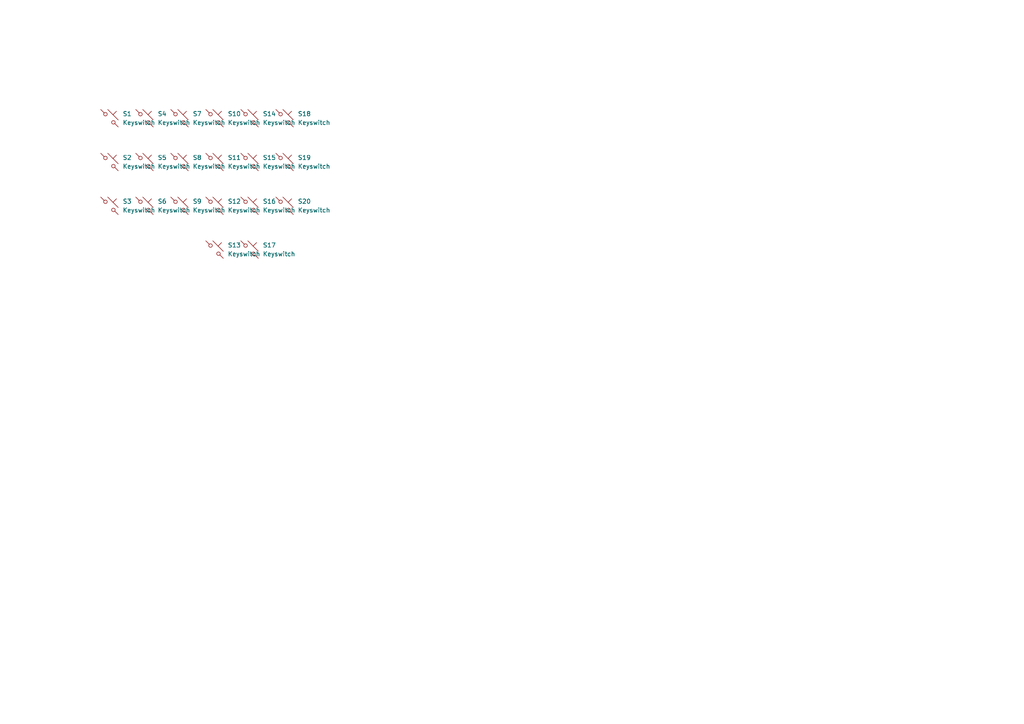
<source format=kicad_sch>
(kicad_sch (version 20231120) (generator "eeschema") (generator_version "8.0")
  (paper "A4")
  (lib_symbols
    (symbol "GKanwarKeebs:Placeholder_Keyswitch_HallEffect" (pin_numbers hide) (pin_names (offset 1.016) hide)
      (property "Reference" "S1" (at 0 7.62 0))
      (property "Value" "Keyswitch" (at 0 5.08 0))
      (symbol "Placeholder_Keyswitch_HallEffect_0_1"
        (circle (center -1.1684 1.1684) (radius 0.508))
        (polyline (pts (xy -0.508 2.54) (xy 2.54 -0.508)))
        (polyline (pts (xy 1.016 1.016) (xy 2.032 2.032)))
        (polyline (pts (xy -2.54 2.54) (xy -1.524 1.524) (xy -1.524 1.524)))
        (polyline (pts (xy 1.524 -1.524) (xy 2.54 -2.54) (xy 2.54 -2.54) (xy 2.54 -2.54)))
        (circle (center 1.143 -1.1938) (radius 0.508))
      )
    )
  )
  (symbol (lib_id "GKanwarKeebs:Placeholder_Keyswitch_HallEffect") (at 31.75 34.29 0) (unit 1)
    (property "Reference" "S1" (at 35.56 33.0199 0) (effects (justify left)))
    (property "Value" "Keyswitch" (at 35.56 35.5599 0) (effects (justify left)))
    (property "Footprint" "GKanwarKeebs:MX_HallEffect_Reversible_1.00u" (effects (hide yes)))
    (property "Description" "Push button switch, normally open, two pins, 45° tilted" (effects (hide yes)))
  )
  (symbol (lib_id "GKanwarKeebs:Placeholder_Keyswitch_HallEffect") (at 41.91 59.69 0) (unit 1)
    (property "Reference" "S6" (at 45.72 58.4199 0) (effects (justify left)))
    (property "Value" "Keyswitch" (at 45.72 60.9599 0) (effects (justify left)))
    (property "Footprint" "GKanwarKeebs:MX_HallEffect_Reversible_1.00u" (effects (hide yes)))
    (property "Description" "Push button switch, normally open, two pins, 45° tilted" (effects (hide yes)))
  )
  (symbol (lib_id "GKanwarKeebs:Placeholder_Keyswitch_HallEffect") (at 52.07 46.99 0) (unit 1)
    (property "Reference" "S8" (at 55.88 45.7199 0) (effects (justify left)))
    (property "Value" "Keyswitch" (at 55.88 48.2599 0) (effects (justify left)))
    (property "Footprint" "GKanwarKeebs:MX_HallEffect_Reversible_1.00u" (effects (hide yes)))
    (property "Description" "Push button switch, normally open, two pins, 45° tilted" (effects (hide yes)))
  )
  (symbol (lib_id "GKanwarKeebs:Placeholder_Keyswitch_HallEffect") (at 72.39 46.99 0) (unit 1)
    (property "Reference" "S15" (at 76.2 45.7199 0) (effects (justify left)))
    (property "Value" "Keyswitch" (at 76.2 48.2599 0) (effects (justify left)))
    (property "Footprint" "GKanwarKeebs:MX_HallEffect_Reversible_1.00u" (effects (hide yes)))
    (property "Description" "Push button switch, normally open, two pins, 45° tilted" (effects (hide yes)))
  )
  (symbol (lib_id "GKanwarKeebs:Placeholder_Keyswitch_HallEffect") (at 72.39 34.29 0) (unit 1)
    (property "Reference" "S14" (at 76.2 33.0199 0) (effects (justify left)))
    (property "Value" "Keyswitch" (at 76.2 35.5599 0) (effects (justify left)))
    (property "Footprint" "GKanwarKeebs:MX_HallEffect_Reversible_1.00u" (effects (hide yes)))
    (property "Description" "Push button switch, normally open, two pins, 45° tilted" (effects (hide yes)))
  )
  (symbol (lib_id "GKanwarKeebs:Placeholder_Keyswitch_HallEffect") (at 62.23 46.99 0) (unit 1)
    (property "Reference" "S11" (at 66.04 45.7199 0) (effects (justify left)))
    (property "Value" "Keyswitch" (at 66.04 48.2599 0) (effects (justify left)))
    (property "Footprint" "GKanwarKeebs:MX_HallEffect_Reversible_1.00u" (effects (hide yes)))
    (property "Description" "Push button switch, normally open, two pins, 45° tilted" (effects (hide yes)))
  )
  (symbol (lib_id "GKanwarKeebs:Placeholder_Keyswitch_HallEffect") (at 62.23 72.39 0) (unit 1)
    (property "Reference" "S13" (at 66.04 71.1199 0) (effects (justify left)))
    (property "Value" "Keyswitch" (at 66.04 73.6599 0) (effects (justify left)))
    (property "Footprint" "GKanwarKeebs:MX_HallEffect_Reversible_1.00u" (effects (hide yes)))
    (property "Description" "Push button switch, normally open, two pins, 45° tilted" (effects (hide yes)))
  )
  (symbol (lib_id "GKanwarKeebs:Placeholder_Keyswitch_HallEffect") (at 82.55 46.99 0) (unit 1)
    (property "Reference" "S19" (at 86.36 45.7199 0) (effects (justify left)))
    (property "Value" "Keyswitch" (at 86.36 48.2599 0) (effects (justify left)))
    (property "Footprint" "GKanwarKeebs:MX_HallEffect_Reversible_1.00u" (effects (hide yes)))
    (property "Description" "Push button switch, normally open, two pins, 45° tilted" (effects (hide yes)))
  )
  (symbol (lib_id "GKanwarKeebs:Placeholder_Keyswitch_HallEffect") (at 72.39 72.39 0) (unit 1)
    (property "Reference" "S17" (at 76.2 71.1199 0) (effects (justify left)))
    (property "Value" "Keyswitch" (at 76.2 73.6599 0) (effects (justify left)))
    (property "Footprint" "GKanwarKeebs:MX_HallEffect_Reversible_1.00u" (effects (hide yes)))
    (property "Description" "Push button switch, normally open, two pins, 45° tilted" (effects (hide yes)))
  )
  (symbol (lib_id "GKanwarKeebs:Placeholder_Keyswitch_HallEffect") (at 52.07 34.29 0) (unit 1)
    (property "Reference" "S7" (at 55.88 33.0199 0) (effects (justify left)))
    (property "Value" "Keyswitch" (at 55.88 35.5599 0) (effects (justify left)))
    (property "Footprint" "GKanwarKeebs:MX_HallEffect_Reversible_1.00u" (effects (hide yes)))
    (property "Description" "Push button switch, normally open, two pins, 45° tilted" (effects (hide yes)))
  )
  (symbol (lib_id "GKanwarKeebs:Placeholder_Keyswitch_HallEffect") (at 82.55 59.69 0) (unit 1)
    (property "Reference" "S20" (at 86.36 58.4199 0) (effects (justify left)))
    (property "Value" "Keyswitch" (at 86.36 60.9599 0) (effects (justify left)))
    (property "Footprint" "GKanwarKeebs:MX_HallEffect_Reversible_1.00u" (effects (hide yes)))
    (property "Description" "Push button switch, normally open, two pins, 45° tilted" (effects (hide yes)))
  )
  (symbol (lib_id "GKanwarKeebs:Placeholder_Keyswitch_HallEffect") (at 31.75 59.69 0) (unit 1)
    (property "Reference" "S3" (at 35.56 58.4199 0) (effects (justify left)))
    (property "Value" "Keyswitch" (at 35.56 60.9599 0) (effects (justify left)))
    (property "Footprint" "GKanwarKeebs:MX_HallEffect_Reversible_1.00u" (effects (hide yes)))
    (property "Description" "Push button switch, normally open, two pins, 45° tilted" (effects (hide yes)))
  )
  (symbol (lib_id "GKanwarKeebs:Placeholder_Keyswitch_HallEffect") (at 82.55 34.29 0) (unit 1)
    (property "Reference" "S18" (at 86.36 33.0199 0) (effects (justify left)))
    (property "Value" "Keyswitch" (at 86.36 35.5599 0) (effects (justify left)))
    (property "Footprint" "GKanwarKeebs:MX_HallEffect_Reversible_1.00u" (effects (hide yes)))
    (property "Description" "Push button switch, normally open, two pins, 45° tilted" (effects (hide yes)))
  )
  (symbol (lib_id "GKanwarKeebs:Placeholder_Keyswitch_HallEffect") (at 31.75 46.99 0) (unit 1)
    (property "Reference" "S2" (at 35.56 45.7199 0) (effects (justify left)))
    (property "Value" "Keyswitch" (at 35.56 48.2599 0) (effects (justify left)))
    (property "Footprint" "GKanwarKeebs:MX_HallEffect_Reversible_1.00u" (effects (hide yes)))
    (property "Description" "Push button switch, normally open, two pins, 45° tilted" (effects (hide yes)))
  )
  (symbol (lib_id "GKanwarKeebs:Placeholder_Keyswitch_HallEffect") (at 52.07 59.69 0) (unit 1)
    (property "Reference" "S9" (at 55.88 58.4199 0) (effects (justify left)))
    (property "Value" "Keyswitch" (at 55.88 60.9599 0) (effects (justify left)))
    (property "Footprint" "GKanwarKeebs:MX_HallEffect_Reversible_1.00u" (effects (hide yes)))
    (property "Description" "Push button switch, normally open, two pins, 45° tilted" (effects (hide yes)))
  )
  (symbol (lib_id "GKanwarKeebs:Placeholder_Keyswitch_HallEffect") (at 72.39 59.69 0) (unit 1)
    (property "Reference" "S16" (at 76.2 58.4199 0) (effects (justify left)))
    (property "Value" "Keyswitch" (at 76.2 60.9599 0) (effects (justify left)))
    (property "Footprint" "GKanwarKeebs:MX_HallEffect_Reversible_1.00u" (effects (hide yes)))
    (property "Description" "Push button switch, normally open, two pins, 45° tilted" (effects (hide yes)))
  )
  (symbol (lib_id "GKanwarKeebs:Placeholder_Keyswitch_HallEffect") (at 62.23 34.29 0) (unit 1)
    (property "Reference" "S10" (at 66.04 33.0199 0) (effects (justify left)))
    (property "Value" "Keyswitch" (at 66.04 35.5599 0) (effects (justify left)))
    (property "Footprint" "GKanwarKeebs:MX_HallEffect_Reversible_1.00u" (effects (hide yes)))
    (property "Description" "Push button switch, normally open, two pins, 45° tilted" (effects (hide yes)))
  )
  (symbol (lib_id "GKanwarKeebs:Placeholder_Keyswitch_HallEffect") (at 62.23 59.69 0) (unit 1)
    (property "Reference" "S12" (at 66.04 58.4199 0) (effects (justify left)))
    (property "Value" "Keyswitch" (at 66.04 60.9599 0) (effects (justify left)))
    (property "Footprint" "GKanwarKeebs:MX_HallEffect_Reversible_1.00u" (effects (hide yes)))
    (property "Description" "Push button switch, normally open, two pins, 45° tilted" (effects (hide yes)))
  )
  (symbol (lib_id "GKanwarKeebs:Placeholder_Keyswitch_HallEffect") (at 41.91 34.29 0) (unit 1)
    (property "Reference" "S4" (at 45.72 33.0199 0) (effects (justify left)))
    (property "Value" "Keyswitch" (at 45.72 35.5599 0) (effects (justify left)))
    (property "Footprint" "GKanwarKeebs:MX_HallEffect_Reversible_1.00u" (effects (hide yes)))
    (property "Description" "Push button switch, normally open, two pins, 45° tilted" (effects (hide yes)))
  )
  (symbol (lib_id "GKanwarKeebs:Placeholder_Keyswitch_HallEffect") (at 41.91 46.99 0) (unit 1)
    (property "Reference" "S5" (at 45.72 45.7199 0) (effects (justify left)))
    (property "Value" "Keyswitch" (at 45.72 48.2599 0) (effects (justify left)))
    (property "Footprint" "GKanwarKeebs:MX_HallEffect_Reversible_1.00u" (effects (hide yes)))
    (property "Description" "Push button switch, normally open, two pins, 45° tilted" (effects (hide yes)))
  )
)
</source>
